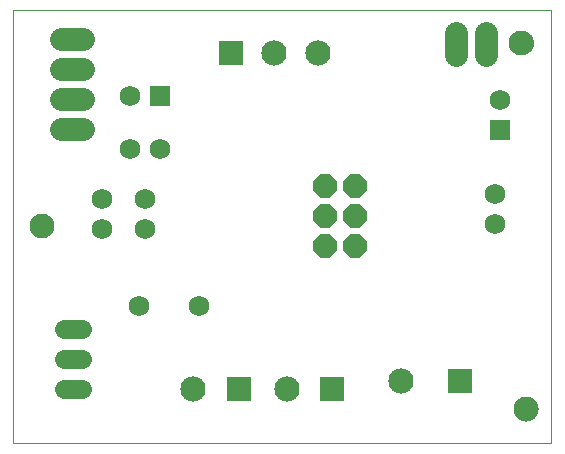
<source format=gbs>
G75*
G70*
%OFA0B0*%
%FSLAX24Y24*%
%IPPOS*%
%LPD*%
%AMOC8*
5,1,8,0,0,1.08239X$1,22.5*
%
%ADD10C,0.0000*%
%ADD11C,0.0827*%
%ADD12C,0.0690*%
%ADD13R,0.0690X0.0690*%
%ADD14R,0.0840X0.0840*%
%ADD15C,0.0840*%
%ADD16OC8,0.0780*%
%ADD17C,0.0640*%
%ADD18C,0.0780*%
D10*
X000235Y000146D02*
X000235Y014580D01*
X018168Y014580D01*
X018168Y000146D01*
X000235Y000146D01*
X000776Y007396D02*
X000778Y007435D01*
X000784Y007474D01*
X000794Y007512D01*
X000807Y007549D01*
X000824Y007584D01*
X000844Y007618D01*
X000868Y007649D01*
X000895Y007678D01*
X000924Y007704D01*
X000956Y007727D01*
X000990Y007747D01*
X001026Y007763D01*
X001063Y007775D01*
X001102Y007784D01*
X001141Y007789D01*
X001180Y007790D01*
X001219Y007787D01*
X001258Y007780D01*
X001295Y007769D01*
X001332Y007755D01*
X001367Y007737D01*
X001400Y007716D01*
X001431Y007691D01*
X001459Y007664D01*
X001484Y007634D01*
X001506Y007601D01*
X001525Y007567D01*
X001540Y007531D01*
X001552Y007493D01*
X001560Y007455D01*
X001564Y007416D01*
X001564Y007376D01*
X001560Y007337D01*
X001552Y007299D01*
X001540Y007261D01*
X001525Y007225D01*
X001506Y007191D01*
X001484Y007158D01*
X001459Y007128D01*
X001431Y007101D01*
X001400Y007076D01*
X001367Y007055D01*
X001332Y007037D01*
X001295Y007023D01*
X001258Y007012D01*
X001219Y007005D01*
X001180Y007002D01*
X001141Y007003D01*
X001102Y007008D01*
X001063Y007017D01*
X001026Y007029D01*
X000990Y007045D01*
X000956Y007065D01*
X000924Y007088D01*
X000895Y007114D01*
X000868Y007143D01*
X000844Y007174D01*
X000824Y007208D01*
X000807Y007243D01*
X000794Y007280D01*
X000784Y007318D01*
X000778Y007357D01*
X000776Y007396D01*
X016770Y013498D02*
X016772Y013537D01*
X016778Y013576D01*
X016788Y013614D01*
X016801Y013651D01*
X016818Y013686D01*
X016838Y013720D01*
X016862Y013751D01*
X016889Y013780D01*
X016918Y013806D01*
X016950Y013829D01*
X016984Y013849D01*
X017020Y013865D01*
X017057Y013877D01*
X017096Y013886D01*
X017135Y013891D01*
X017174Y013892D01*
X017213Y013889D01*
X017252Y013882D01*
X017289Y013871D01*
X017326Y013857D01*
X017361Y013839D01*
X017394Y013818D01*
X017425Y013793D01*
X017453Y013766D01*
X017478Y013736D01*
X017500Y013703D01*
X017519Y013669D01*
X017534Y013633D01*
X017546Y013595D01*
X017554Y013557D01*
X017558Y013518D01*
X017558Y013478D01*
X017554Y013439D01*
X017546Y013401D01*
X017534Y013363D01*
X017519Y013327D01*
X017500Y013293D01*
X017478Y013260D01*
X017453Y013230D01*
X017425Y013203D01*
X017394Y013178D01*
X017361Y013157D01*
X017326Y013139D01*
X017289Y013125D01*
X017252Y013114D01*
X017213Y013107D01*
X017174Y013104D01*
X017135Y013105D01*
X017096Y013110D01*
X017057Y013119D01*
X017020Y013131D01*
X016984Y013147D01*
X016950Y013167D01*
X016918Y013190D01*
X016889Y013216D01*
X016862Y013245D01*
X016838Y013276D01*
X016818Y013310D01*
X016801Y013345D01*
X016788Y013382D01*
X016778Y013420D01*
X016772Y013459D01*
X016770Y013498D01*
X016917Y001294D02*
X016919Y001333D01*
X016925Y001372D01*
X016935Y001410D01*
X016948Y001447D01*
X016965Y001482D01*
X016985Y001516D01*
X017009Y001547D01*
X017036Y001576D01*
X017065Y001602D01*
X017097Y001625D01*
X017131Y001645D01*
X017167Y001661D01*
X017204Y001673D01*
X017243Y001682D01*
X017282Y001687D01*
X017321Y001688D01*
X017360Y001685D01*
X017399Y001678D01*
X017436Y001667D01*
X017473Y001653D01*
X017508Y001635D01*
X017541Y001614D01*
X017572Y001589D01*
X017600Y001562D01*
X017625Y001532D01*
X017647Y001499D01*
X017666Y001465D01*
X017681Y001429D01*
X017693Y001391D01*
X017701Y001353D01*
X017705Y001314D01*
X017705Y001274D01*
X017701Y001235D01*
X017693Y001197D01*
X017681Y001159D01*
X017666Y001123D01*
X017647Y001089D01*
X017625Y001056D01*
X017600Y001026D01*
X017572Y000999D01*
X017541Y000974D01*
X017508Y000953D01*
X017473Y000935D01*
X017436Y000921D01*
X017399Y000910D01*
X017360Y000903D01*
X017321Y000900D01*
X017282Y000901D01*
X017243Y000906D01*
X017204Y000915D01*
X017167Y000927D01*
X017131Y000943D01*
X017097Y000963D01*
X017065Y000986D01*
X017036Y001012D01*
X017009Y001041D01*
X016985Y001072D01*
X016965Y001106D01*
X016948Y001141D01*
X016935Y001178D01*
X016925Y001216D01*
X016919Y001255D01*
X016917Y001294D01*
D11*
X017311Y001294D03*
X017164Y013498D03*
X001170Y007396D03*
D12*
X003173Y007271D03*
X003173Y008271D03*
X004610Y008271D03*
X004610Y007271D03*
X004423Y004709D03*
X006423Y004709D03*
X005110Y009959D03*
X004110Y009959D03*
X004110Y011709D03*
X016281Y008459D03*
X016281Y007459D03*
X016443Y011598D03*
D13*
X016443Y010598D03*
X005110Y011709D03*
D14*
X007478Y013146D03*
X015110Y002209D03*
X010868Y001959D03*
X007743Y001959D03*
D15*
X009350Y001959D03*
X006225Y001959D03*
X013142Y002209D03*
X010374Y013146D03*
X008926Y013146D03*
D16*
X010610Y008709D03*
X010610Y007709D03*
X011610Y007709D03*
X011610Y008709D03*
X011610Y006709D03*
X010610Y006709D03*
D17*
X002535Y003959D02*
X001935Y003959D01*
X001935Y002959D02*
X002535Y002959D01*
X002535Y001959D02*
X001935Y001959D01*
D18*
X001816Y010633D02*
X002556Y010633D01*
X002556Y011633D02*
X001816Y011633D01*
X001816Y012633D02*
X002556Y012633D01*
X002556Y013633D02*
X001816Y013633D01*
X014983Y013819D02*
X014983Y013079D01*
X015983Y013079D02*
X015983Y013819D01*
M02*

</source>
